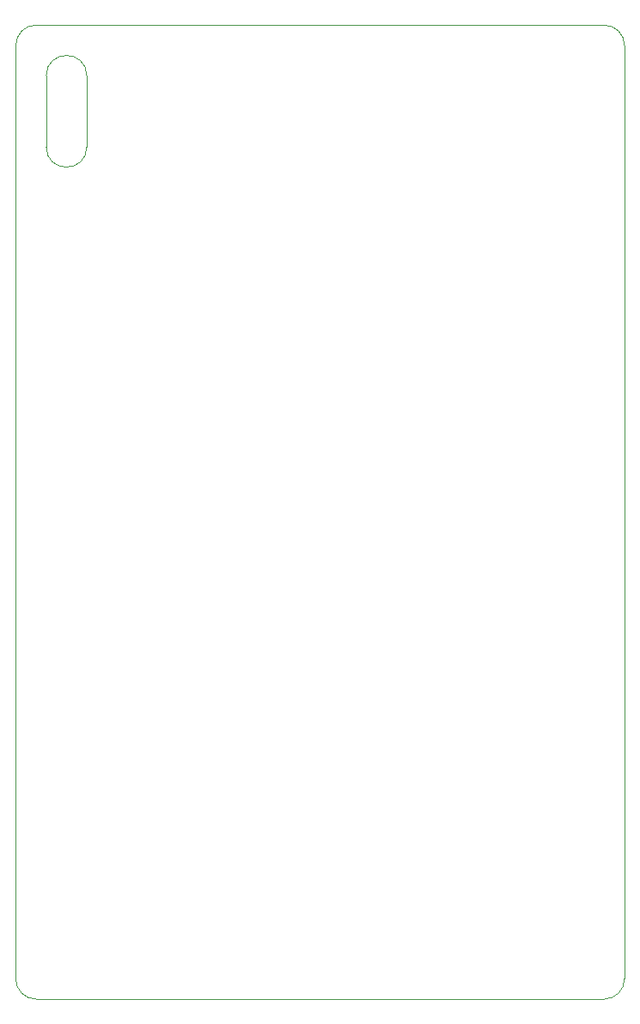
<source format=gm1>
%TF.GenerationSoftware,KiCad,Pcbnew,(6.0.5-0)*%
%TF.CreationDate,2022-11-17T16:29:29+01:00*%
%TF.ProjectId,25pix,32357069-782e-46b6-9963-61645f706362,v0.1*%
%TF.SameCoordinates,Original*%
%TF.FileFunction,Profile,NP*%
%FSLAX46Y46*%
G04 Gerber Fmt 4.6, Leading zero omitted, Abs format (unit mm)*
G04 Created by KiCad (PCBNEW (6.0.5-0)) date 2022-11-17 16:29:29*
%MOMM*%
%LPD*%
G01*
G04 APERTURE LIST*
%TA.AperFunction,Profile*%
%ADD10C,0.100000*%
%TD*%
G04 APERTURE END LIST*
D10*
X47000000Y-29000000D02*
G75*
G03*
X43000000Y-29000000I-2000000J0D01*
G01*
X98000000Y-120000000D02*
G75*
G03*
X100000000Y-118000000I0J2000000D01*
G01*
X98000000Y-120000000D02*
X42000000Y-120000000D01*
X100000000Y-26000000D02*
X100000000Y-118000000D01*
X40000000Y-118000000D02*
G75*
G03*
X42000000Y-120000000I2000000J0D01*
G01*
X47000000Y-36000000D02*
X47000000Y-29000000D01*
X42000000Y-24000000D02*
X98000000Y-24000000D01*
X43000000Y-29000000D02*
X43000000Y-36000000D01*
X40000000Y-118000000D02*
X40000000Y-26000000D01*
X42000000Y-24000000D02*
G75*
G03*
X40000000Y-26000000I0J-2000000D01*
G01*
X43000000Y-36000000D02*
G75*
G03*
X47000000Y-36000000I2000000J0D01*
G01*
X100000000Y-26000000D02*
G75*
G03*
X98000000Y-24000000I-2000000J0D01*
G01*
M02*

</source>
